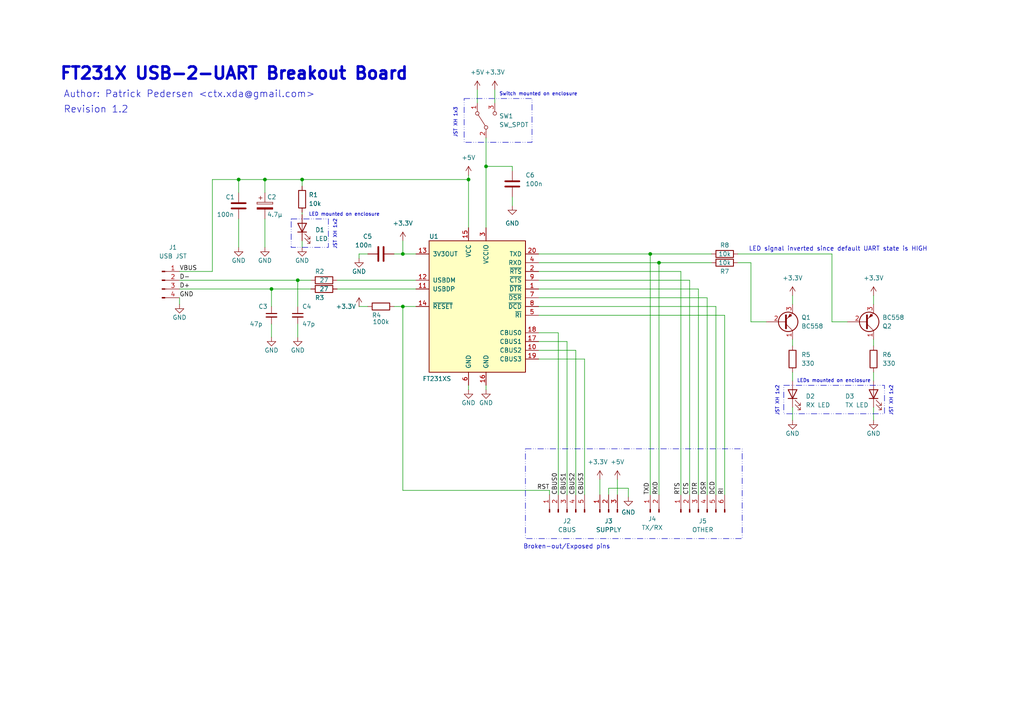
<source format=kicad_sch>
(kicad_sch (version 20230121) (generator eeschema)
  (paper "A4")
  (title_block (title "FT231X USB 2 UART Breakout") (date "2024-02-06") (rev "Rev 1.1") (company "TU-DO Makerspace") (comment 2 "License: CERN-OHL-P") (comment 3 "Email: ctx.xda@gmail.com") (comment 4 "Author: Patrick Pedersen"))
  (lib_symbols
    (symbol "Connector:Conn_01x02_Pin" (pin_names (offset 1.016) hide)
      (property "Reference" "J" (at 0 2.54 0))
      (property "Value" "Conn_01x02_Pin" (at 0 -5.08 0))
      (symbol "Conn_01x02_Pin_1_1"
        (polyline (pts (xy 1.27 -2.54) (xy 0.8636 -2.54)) (stroke (width 0.1524)))
        (polyline (pts (xy 1.27 0) (xy 0.8636 0)) (stroke (width 0.1524)))
        (rectangle (start 0.8636 -2.413) (end 0 -2.667) (stroke (width 0.1524)) (fill (type outline)))
        (rectangle (start 0.8636 0.127) (end 0 -0.127) (stroke (width 0.1524)) (fill (type outline)))
        (pin passive line (at 5.08 0 180) (length 3.81) (name "Pin_1") (number "1"))
        (pin passive line (at 5.08 -2.54 180) (length 3.81) (name "Pin_2") (number "2"))
      )
    )
    (symbol "Connector:Conn_01x03_Pin" (pin_names (offset 1.016) hide)
      (property "Reference" "J" (at 0 5.08 0))
      (property "Value" "Conn_01x03_Pin" (at 0 -5.08 0))
      (symbol "Conn_01x03_Pin_1_1"
        (polyline (pts (xy 1.27 -2.54) (xy 0.8636 -2.54)) (stroke (width 0.1524)))
        (polyline (pts (xy 1.27 0) (xy 0.8636 0)) (stroke (width 0.1524)))
        (polyline (pts (xy 1.27 2.54) (xy 0.8636 2.54)) (stroke (width 0.1524)))
        (rectangle (start 0.8636 -2.413) (end 0 -2.667) (stroke (width 0.1524)) (fill (type outline)))
        (rectangle (start 0.8636 0.127) (end 0 -0.127) (stroke (width 0.1524)) (fill (type outline)))
        (rectangle (start 0.8636 2.667) (end 0 2.413) (stroke (width 0.1524)) (fill (type outline)))
        (pin passive line (at 5.08 2.54 180) (length 3.81) (name "Pin_1") (number "1"))
        (pin passive line (at 5.08 0 180) (length 3.81) (name "Pin_2") (number "2"))
        (pin passive line (at 5.08 -2.54 180) (length 3.81) (name "Pin_3") (number "3"))
      )
    )
    (symbol "Connector:Conn_01x04_Pin" (pin_names (offset 1.016) hide)
      (property "Reference" "J" (at 0 5.08 0))
      (property "Value" "Conn_01x04_Pin" (at 0 -7.62 0))
      (symbol "Conn_01x04_Pin_1_1"
        (polyline (pts (xy 1.27 -5.08) (xy 0.8636 -5.08)) (stroke (width 0.1524)))
        (polyline (pts (xy 1.27 -2.54) (xy 0.8636 -2.54)) (stroke (width 0.1524)))
        (polyline (pts (xy 1.27 0) (xy 0.8636 0)) (stroke (width 0.1524)))
        (polyline (pts (xy 1.27 2.54) (xy 0.8636 2.54)) (stroke (width 0.1524)))
        (rectangle (start 0.8636 -4.953) (end 0 -5.207) (stroke (width 0.1524)) (fill (type outline)))
        (rectangle (start 0.8636 -2.413) (end 0 -2.667) (stroke (width 0.1524)) (fill (type outline)))
        (rectangle (start 0.8636 0.127) (end 0 -0.127) (stroke (width 0.1524)) (fill (type outline)))
        (rectangle (start 0.8636 2.667) (end 0 2.413) (stroke (width 0.1524)) (fill (type outline)))
        (pin passive line (at 5.08 2.54 180) (length 3.81) (name "Pin_1") (number "1"))
        (pin passive line (at 5.08 0 180) (length 3.81) (name "Pin_2") (number "2"))
        (pin passive line (at 5.08 -2.54 180) (length 3.81) (name "Pin_3") (number "3"))
        (pin passive line (at 5.08 -5.08 180) (length 3.81) (name "Pin_4") (number "4"))
      )
    )
    (symbol "Connector:Conn_01x05_Pin" (pin_names (offset 1.016) hide)
      (property "Reference" "J" (at 0 7.62 0))
      (property "Value" "Conn_01x05_Pin" (at 0 -7.62 0))
      (symbol "Conn_01x05_Pin_1_1"
        (polyline (pts (xy 1.27 -5.08) (xy 0.8636 -5.08)) (stroke (width 0.1524)))
        (polyline (pts (xy 1.27 -2.54) (xy 0.8636 -2.54)) (stroke (width 0.1524)))
        (polyline (pts (xy 1.27 0) (xy 0.8636 0)) (stroke (width 0.1524)))
        (polyline (pts (xy 1.27 2.54) (xy 0.8636 2.54)) (stroke (width 0.1524)))
        (polyline (pts (xy 1.27 5.08) (xy 0.8636 5.08)) (stroke (width 0.1524)))
        (rectangle (start 0.8636 -4.953) (end 0 -5.207) (stroke (width 0.1524)) (fill (type outline)))
        (rectangle (start 0.8636 -2.413) (end 0 -2.667) (stroke (width 0.1524)) (fill (type outline)))
        (rectangle (start 0.8636 0.127) (end 0 -0.127) (stroke (width 0.1524)) (fill (type outline)))
        (rectangle (start 0.8636 2.667) (end 0 2.413) (stroke (width 0.1524)) (fill (type outline)))
        (rectangle (start 0.8636 5.207) (end 0 4.953) (stroke (width 0.1524)) (fill (type outline)))
        (pin passive line (at 5.08 5.08 180) (length 3.81) (name "Pin_1") (number "1"))
        (pin passive line (at 5.08 2.54 180) (length 3.81) (name "Pin_2") (number "2"))
        (pin passive line (at 5.08 0 180) (length 3.81) (name "Pin_3") (number "3"))
        (pin passive line (at 5.08 -2.54 180) (length 3.81) (name "Pin_4") (number "4"))
        (pin passive line (at 5.08 -5.08 180) (length 3.81) (name "Pin_5") (number "5"))
      )
    )
    (symbol "Connector:Conn_01x06_Pin" (pin_names (offset 1.016) hide)
      (property "Reference" "J" (at 0 7.62 0))
      (property "Value" "Conn_01x06_Pin" (at 0 -10.16 0))
      (symbol "Conn_01x06_Pin_1_1"
        (polyline (pts (xy 1.27 -7.62) (xy 0.8636 -7.62)) (stroke (width 0.1524)))
        (polyline (pts (xy 1.27 -5.08) (xy 0.8636 -5.08)) (stroke (width 0.1524)))
        (polyline (pts (xy 1.27 -2.54) (xy 0.8636 -2.54)) (stroke (width 0.1524)))
        (polyline (pts (xy 1.27 0) (xy 0.8636 0)) (stroke (width 0.1524)))
        (polyline (pts (xy 1.27 2.54) (xy 0.8636 2.54)) (stroke (width 0.1524)))
        (polyline (pts (xy 1.27 5.08) (xy 0.8636 5.08)) (stroke (width 0.1524)))
        (rectangle (start 0.8636 -7.493) (end 0 -7.747) (stroke (width 0.1524)) (fill (type outline)))
        (rectangle (start 0.8636 -4.953) (end 0 -5.207) (stroke (width 0.1524)) (fill (type outline)))
        (rectangle (start 0.8636 -2.413) (end 0 -2.667) (stroke (width 0.1524)) (fill (type outline)))
        (rectangle (start 0.8636 0.127) (end 0 -0.127) (stroke (width 0.1524)) (fill (type outline)))
        (rectangle (start 0.8636 2.667) (end 0 2.413) (stroke (width 0.1524)) (fill (type outline)))
        (rectangle (start 0.8636 5.207) (end 0 4.953) (stroke (width 0.1524)) (fill (type outline)))
        (pin passive line (at 5.08 5.08 180) (length 3.81) (name "Pin_1") (number "1"))
        (pin passive line (at 5.08 2.54 180) (length 3.81) (name "Pin_2") (number "2"))
        (pin passive line (at 5.08 0 180) (length 3.81) (name "Pin_3") (number "3"))
        (pin passive line (at 5.08 -2.54 180) (length 3.81) (name "Pin_4") (number "4"))
        (pin passive line (at 5.08 -5.08 180) (length 3.81) (name "Pin_5") (number "5"))
        (pin passive line (at 5.08 -7.62 180) (length 3.81) (name "Pin_6") (number "6"))
      )
    )
    (symbol "Device:LED" (pin_numbers hide) (pin_names (offset 1.016) hide)
      (property "Reference" "D" (at 0 2.54 0))
      (property "Value" "LED" (at 0 -2.54 0))
      (symbol "LED_0_1"
        (polyline (pts (xy -1.27 -1.27) (xy -1.27 1.27)) (stroke (width 0.254)))
        (polyline (pts (xy -1.27 0) (xy 1.27 0)))
        (polyline (pts (xy 1.27 -1.27) (xy 1.27 1.27) (xy -1.27 0) (xy 1.27 -1.27)) (stroke (width 0.254)))
        (polyline (pts (xy -3.048 -0.762) (xy -4.572 -2.286) (xy -3.81 -2.286) (xy -4.572 -2.286) (xy -4.572 -1.524)))
        (polyline (pts (xy -1.778 -0.762) (xy -3.302 -2.286) (xy -2.54 -2.286) (xy -3.302 -2.286) (xy -3.302 -1.524)))
      )
      (symbol "LED_1_1"
        (pin passive line (at -3.81 0 0) (length 2.54) (name "K") (number "1"))
        (pin passive line (at 3.81 0 180) (length 2.54) (name "A") (number "2"))
      )
    )
    (symbol "Device:R" (pin_numbers hide) (pin_names (offset 0))
      (property "Reference" "R" (at 2.032 0 90))
      (property "Value" "R" (at 0 0 90))
      (symbol "R_0_1"
        (rectangle (start -1.016 -2.54) (end 1.016 2.54) (stroke (width 0.254)))
      )
      (symbol "R_1_1"
        (pin passive line (at 0 3.81 270) (length 1.27) (name "~") (number "1"))
        (pin passive line (at 0 -3.81 90) (length 1.27) (name "~") (number "2"))
      )
    )
    (symbol "FTDI_FT231XS-U_Breakout-rescue:C" (pin_numbers hide) (pin_names (offset 0.254))
      (property "Reference" "C" (at 0.635 2.54 0))
      (property "Value" "C" (at 0.635 -2.54 0))
      (symbol "C_0_1"
        (polyline (pts (xy -2.032 -0.762) (xy 2.032 -0.762)) (stroke (width 0.508)))
        (polyline (pts (xy -2.032 0.762) (xy 2.032 0.762)) (stroke (width 0.508)))
      )
      (symbol "C_1_1"
        (pin passive line (at 0 3.81 270) (length 2.794) (name "~") (number "1"))
        (pin passive line (at 0 -3.81 90) (length 2.794) (name "~") (number "2"))
      )
    )
    (symbol "FTDI_FT231XS-U_Breakout-rescue:CP" (pin_numbers hide) (pin_names (offset 0.254))
      (property "Reference" "C" (at 0.635 2.54 0))
      (property "Value" "CP" (at 0.635 -2.54 0))
      (symbol "CP_0_1"
        (rectangle (start -2.286 0.508) (end -2.286 1.016))
        (rectangle (start -2.286 0.508) (end 2.286 0.508))
        (polyline (pts (xy -1.778 2.286) (xy -0.762 2.286)))
        (polyline (pts (xy -1.27 2.794) (xy -1.27 1.778)))
        (rectangle (start 2.286 -0.508) (end -2.286 -1.016) (fill (type outline)))
        (rectangle (start 2.286 1.016) (end -2.286 1.016))
        (rectangle (start 2.286 1.016) (end 2.286 0.508))
      )
      (symbol "CP_1_1"
        (pin passive line (at 0 3.81 270) (length 2.794) (name "~") (number "1"))
        (pin passive line (at 0 -3.81 90) (length 2.794) (name "~") (number "2"))
      )
    )
    (symbol "FTDI_FT231XS-U_Breakout-rescue:C_Small" (pin_numbers hide) (pin_names (offset 0.254) hide)
      (property "Reference" "C" (at 0.254 1.778 0))
      (property "Value" "C_Small" (at 0.254 -2.032 0))
      (symbol "C_Small_0_1"
        (polyline (pts (xy -1.524 -0.508) (xy 1.524 -0.508)) (stroke (width 0.3302)))
        (polyline (pts (xy -1.524 0.508) (xy 1.524 0.508)) (stroke (width 0.3048)))
      )
      (symbol "C_Small_1_1"
        (pin passive line (at 0 2.54 270) (length 1.905) (name "~") (number "1"))
        (pin passive line (at 0 -2.54 90) (length 2.032) (name "~") (number "2"))
      )
    )
    (symbol "FTDI_FT231XS-U_Breakout-rescue:FT231XS" (pin_names (offset 1.016))
      (property "Reference" "U" (at -13.97 20.32 0))
      (property "Value" "FT231XS" (at 7.62 20.32 0))
      (property "Footprint" "SSOP-20" (at 0 0 0))
      (symbol "FT231XS_0_1"
        (rectangle (start -13.97 19.05) (end 13.97 -19.05) (stroke (width 0.254)) (fill (type background)))
      )
      (symbol "FT231XS_1_1"
        (pin output line (at 17.78 5.08 180) (length 3.81) (name "~{DTR}") (number "1"))
        (pin bidirectional line (at 17.78 -12.7 180) (length 3.81) (name "CBUS2") (number "10"))
        (pin bidirectional line (at -17.78 5.08 0) (length 3.81) (name "USBDP") (number "11"))
        (pin bidirectional line (at -17.78 7.62 0) (length 3.81) (name "USBDM") (number "12"))
        (pin power_out line (at -17.78 15.24 0) (length 3.81) (name "3V3OUT") (number "13"))
        (pin input line (at -17.78 0 0) (length 3.81) (name "~{RESET}") (number "14"))
        (pin power_in line (at -2.54 22.86 270) (length 3.81) (name "VCC") (number "15"))
        (pin power_in line (at 2.54 -22.86 90) (length 3.81) (name "GND") (number "16"))
        (pin bidirectional line (at 17.78 -10.16 180) (length 3.81) (name "CBUS1") (number "17"))
        (pin bidirectional line (at 17.78 -7.62 180) (length 3.81) (name "CBUS0") (number "18"))
        (pin bidirectional line (at 17.78 -15.24 180) (length 3.81) (name "CBUS3") (number "19"))
        (pin input line (at 17.78 10.16 180) (length 3.81) (name "~{RTS}") (number "2"))
        (pin output line (at 17.78 15.24 180) (length 3.81) (name "TXD") (number "20"))
        (pin power_in line (at 2.54 22.86 270) (length 3.81) (name "VCCIO") (number "3"))
        (pin input line (at 17.78 12.7 180) (length 3.81) (name "RXD") (number "4"))
        (pin input line (at 17.78 -2.54 180) (length 3.81) (name "~{RI}") (number "5"))
        (pin power_in line (at -2.54 -22.86 90) (length 3.81) (name "GND") (number "6"))
        (pin output line (at 17.78 2.54 180) (length 3.81) (name "~{DSR}") (number "7"))
        (pin input line (at 17.78 0 180) (length 3.81) (name "~{DCD}") (number "8"))
        (pin input line (at 17.78 7.62 180) (length 3.81) (name "~{CTS}") (number "9"))
      )
    )
    (symbol "FTDI_FT231XS-U_Breakout-rescue:GND" (power) (pin_names (offset 0))
      (property "Value" "GND" (at 0 -3.81 0))
      (symbol "GND_0_1"
        (polyline (pts (xy 0 0) (xy 0 -1.27) (xy 1.27 -1.27) (xy 0 -2.54) (xy -1.27 -1.27) (xy 0 -1.27)))
      )
      (symbol "GND_1_1"
        (pin power_in line (at 0 0 270) (length 0) hide (name "GND") (number "1"))
      )
    )
    (symbol "FTDI_FT231XS-U_Breakout-rescue:R" (pin_numbers hide) (pin_names (offset 0))
      (property "Reference" "R" (at 2.032 0 90))
      (property "Value" "R" (at 0 0 90))
      (symbol "R_0_1"
        (rectangle (start -1.016 -2.54) (end 1.016 2.54) (stroke (width 0.254)))
      )
      (symbol "R_1_1"
        (pin passive line (at 0 3.81 270) (length 1.27) (name "~") (number "1"))
        (pin passive line (at 0 -3.81 90) (length 1.27) (name "~") (number "2"))
      )
    )
    (symbol "Switch:SW_SPDT" (pin_names (offset 0) hide)
      (property "Reference" "SW" (at 0 4.318 0))
      (property "Value" "SW_SPDT" (at 0 -5.08 0))
      (symbol "SW_SPDT_0_0"
        (circle (center -2.032 0) (radius 0.508))
        (circle (center 2.032 -2.54) (radius 0.508))
      )
      (symbol "SW_SPDT_0_1"
        (polyline (pts (xy -1.524 0.254) (xy 1.651 2.286)))
        (circle (center 2.032 2.54) (radius 0.508))
      )
      (symbol "SW_SPDT_1_1"
        (pin passive line (at 5.08 2.54 180) (length 2.54) (name "A") (number "1"))
        (pin passive line (at -5.08 0 0) (length 2.54) (name "B") (number "2"))
        (pin passive line (at 5.08 -2.54 180) (length 2.54) (name "C") (number "3"))
      )
    )
    (symbol "Transistor_BJT:BC558" (pin_names (offset 0) hide)
      (property "Reference" "Q" (at 5.08 1.905 0))
      (property "Value" "BC558" (at 5.08 0 0))
      (symbol "BC558_0_1"
        (polyline (pts (xy 0.635 0.635) (xy 2.54 2.54)))
        (polyline (pts (xy 0.635 -0.635) (xy 2.54 -2.54) (xy 2.54 -2.54)))
        (polyline (pts (xy 0.635 1.905) (xy 0.635 -1.905) (xy 0.635 -1.905)) (stroke (width 0.508)))
        (polyline (pts (xy 2.286 -1.778) (xy 1.778 -2.286) (xy 1.27 -1.27) (xy 2.286 -1.778) (xy 2.286 -1.778)) (fill (type outline)))
        (circle (center 1.27 0) (radius 2.8194) (stroke (width 0.254)))
      )
      (symbol "BC558_1_1"
        (pin passive line (at 2.54 5.08 270) (length 2.54) (name "C") (number "1"))
        (pin input line (at -5.08 0 0) (length 5.715) (name "B") (number "2"))
        (pin passive line (at 2.54 -5.08 90) (length 2.54) (name "E") (number "3"))
      )
    )
    (symbol "power:+3.3V" (power) (pin_names (offset 0))
      (property "Value" "+3.3V" (at 0 3.556 0))
      (symbol "+3.3V_0_1"
        (polyline (pts (xy -0.762 1.27) (xy 0 2.54)))
        (polyline (pts (xy 0 0) (xy 0 2.54)))
        (polyline (pts (xy 0 2.54) (xy 0.762 1.27)))
      )
      (symbol "+3.3V_1_1"
        (pin power_in line (at 0 0 90) (length 0) hide (name "+3.3V") (number "1"))
      )
    )
    (symbol "power:+5V" (power) (pin_names (offset 0))
      (property "Value" "+5V" (at 0 3.556 0))
      (symbol "+5V_0_1"
        (polyline (pts (xy -0.762 1.27) (xy 0 2.54)))
        (polyline (pts (xy 0 0) (xy 0 2.54)))
        (polyline (pts (xy 0 2.54) (xy 0.762 1.27)))
      )
      (symbol "+5V_1_1"
        (pin power_in line (at 0 0 90) (length 0) hide (name "+5V") (number "1"))
      )
    )
    (symbol "power:GND" (power) (pin_names (offset 0))
      (property "Value" "GND" (at 0 -3.81 0))
      (symbol "GND_0_1"
        (polyline (pts (xy 0 0) (xy 0 -1.27) (xy 1.27 -1.27) (xy 0 -2.54) (xy -1.27 -1.27) (xy 0 -1.27)))
      )
      (symbol "GND_1_1"
        (pin power_in line (at 0 0 270) (length 0) hide (name "GND") (number "1"))
      )
    )
  )
  (junction (at 116.84 88.9))
  (junction (at 140.97 48.26))
  (junction (at 188.595 73.66))
  (junction (at 86.36 81.28))
  (junction (at 78.74 83.82))
  (junction (at 135.89 52.07))
  (junction (at 69.215 52.07))
  (junction (at 87.63 52.07))
  (junction (at 116.84 73.66))
  (junction (at 191.135 76.2))
  (junction (at 76.835 52.07))
  (wire (pts (xy 217.805 93.345) (xy 222.25 93.345)))
  (wire (pts (xy 156.21 99.06) (xy 164.465 99.06)))
  (wire (pts (xy 104.14 88.9) (xy 106.68 88.9)))
  (wire (pts (xy 159.385 142.24) (xy 116.84 142.24)))
  (wire (pts (xy 197.485 78.74) (xy 197.485 143.51)))
  (wire (pts (xy 253.365 98.425) (xy 253.365 100.33)))
  (wire (pts (xy 52.07 83.82) (xy 78.74 83.82)))
  (wire (pts (xy 205.105 86.36) (xy 205.105 143.51)))
  (wire (pts (xy 61.595 52.07) (xy 69.215 52.07)))
  (wire (pts (xy 167.005 101.6) (xy 167.005 143.51)))
  (wire (pts (xy 176.53 141.605) (xy 182.245 141.605)))
  (wire (pts (xy 182.245 141.605) (xy 182.245 144.145)))
  (wire (pts (xy 156.21 76.2) (xy 191.135 76.2)))
  (wire (pts (xy 140.97 48.26) (xy 148.59 48.26)))
  (wire (pts (xy 156.21 88.9) (xy 207.645 88.9)))
  (wire (pts (xy 86.36 81.28) (xy 90.17 81.28)))
  (wire (pts (xy 191.135 76.2) (xy 206.375 76.2)))
  (wire (pts (xy 87.63 52.07) (xy 135.89 52.07)))
  (wire (pts (xy 156.21 86.36) (xy 205.105 86.36)))
  (wire (pts (xy 188.595 73.66) (xy 206.375 73.66)))
  (wire (pts (xy 76.835 52.07) (xy 87.63 52.07)))
  (wire (pts (xy 241.3 73.66) (xy 241.3 93.345)))
  (wire (pts (xy 52.07 81.28) (xy 86.36 81.28)))
  (wire (pts (xy 202.565 83.82) (xy 202.565 143.51)))
  (wire (pts (xy 156.21 73.66) (xy 188.595 73.66)))
  (wire (pts (xy 241.3 93.345) (xy 245.745 93.345)))
  (wire (pts (xy 135.89 52.07) (xy 135.89 66.04)))
  (wire (pts (xy 87.63 69.85) (xy 87.63 71.755)))
  (wire (pts (xy 229.87 98.425) (xy 229.87 100.33)))
  (wire (pts (xy 97.79 81.28) (xy 120.65 81.28)))
  (wire (pts (xy 76.835 63.5) (xy 76.835 71.755)))
  (wire (pts (xy 169.545 104.14) (xy 169.545 143.51)))
  (wire (pts (xy 52.07 86.36) (xy 52.07 88.265)))
  (wire (pts (xy 116.84 88.9) (xy 120.65 88.9)))
  (wire (pts (xy 78.74 93.98) (xy 78.74 97.79)))
  (wire (pts (xy 86.36 93.98) (xy 86.36 97.79)))
  (wire (pts (xy 229.87 118.11) (xy 229.87 121.92)))
  (wire (pts (xy 138.43 26.035) (xy 138.43 29.845)))
  (wire (pts (xy 156.21 81.28) (xy 200.025 81.28)))
  (wire (pts (xy 253.365 107.95) (xy 253.365 110.49)))
  (wire (pts (xy 114.3 73.66) (xy 116.84 73.66)))
  (wire (pts (xy 148.59 57.15) (xy 148.59 59.69)))
  (wire (pts (xy 156.21 78.74) (xy 197.485 78.74)))
  (wire (pts (xy 78.74 83.82) (xy 90.17 83.82)))
  (wire (pts (xy 116.84 69.85) (xy 116.84 73.66)))
  (wire (pts (xy 173.99 139.065) (xy 173.99 143.51)))
  (wire (pts (xy 143.51 26.035) (xy 143.51 29.845)))
  (wire (pts (xy 188.595 73.66) (xy 188.595 143.51)))
  (wire (pts (xy 148.59 48.26) (xy 148.59 49.53)))
  (wire (pts (xy 253.365 118.11) (xy 253.365 121.92)))
  (wire (pts (xy 213.995 73.66) (xy 241.3 73.66)))
  (wire (pts (xy 69.215 52.07) (xy 69.215 55.88)))
  (wire (pts (xy 87.63 61.595) (xy 87.63 62.23)))
  (wire (pts (xy 135.89 50.8) (xy 135.89 52.07)))
  (wire (pts (xy 140.97 48.26) (xy 140.97 66.04)))
  (wire (pts (xy 114.3 88.9) (xy 116.84 88.9)))
  (wire (pts (xy 229.87 85.725) (xy 229.87 88.265)))
  (wire (pts (xy 207.645 88.9) (xy 207.645 143.51)))
  (wire (pts (xy 200.025 81.28) (xy 200.025 143.51)))
  (wire (pts (xy 229.87 107.95) (xy 229.87 110.49)))
  (wire (pts (xy 116.84 142.24) (xy 116.84 88.9)))
  (wire (pts (xy 86.36 81.28) (xy 86.36 88.9)))
  (wire (pts (xy 164.465 99.06) (xy 164.465 143.51)))
  (wire (pts (xy 156.21 91.44) (xy 210.185 91.44)))
  (wire (pts (xy 61.595 78.74) (xy 61.595 52.07)))
  (wire (pts (xy 176.53 143.51) (xy 176.53 141.605)))
  (wire (pts (xy 156.21 96.52) (xy 161.925 96.52)))
  (wire (pts (xy 52.07 78.74) (xy 61.595 78.74)))
  (wire (pts (xy 161.925 96.52) (xy 161.925 143.51)))
  (wire (pts (xy 116.84 73.66) (xy 120.65 73.66)))
  (wire (pts (xy 78.74 83.82) (xy 78.74 88.9)))
  (wire (pts (xy 69.215 63.5) (xy 69.215 71.755)))
  (wire (pts (xy 156.21 104.14) (xy 169.545 104.14)))
  (wire (pts (xy 140.97 111.76) (xy 140.97 113.03)))
  (wire (pts (xy 156.21 101.6) (xy 167.005 101.6)))
  (wire (pts (xy 159.385 143.51) (xy 159.385 142.24)))
  (wire (pts (xy 97.79 83.82) (xy 120.65 83.82)))
  (wire (pts (xy 253.365 85.725) (xy 253.365 88.265)))
  (wire (pts (xy 104.14 73.66) (xy 106.68 73.66)))
  (wire (pts (xy 156.21 83.82) (xy 202.565 83.82)))
  (wire (pts (xy 191.135 76.2) (xy 191.135 143.51)))
  (wire (pts (xy 140.97 40.005) (xy 140.97 48.26)))
  (wire (pts (xy 76.835 52.07) (xy 76.835 55.88)))
  (wire (pts (xy 104.14 74.93) (xy 104.14 73.66)))
  (wire (pts (xy 69.215 52.07) (xy 76.835 52.07)))
  (wire (pts (xy 210.185 91.44) (xy 210.185 143.51)))
  (wire (pts (xy 179.07 139.065) (xy 179.07 143.51)))
  (wire (pts (xy 87.63 52.07) (xy 87.63 53.975)))
  (wire (pts (xy 135.89 111.76) (xy 135.89 113.03)))
  (wire (pts (xy 213.995 76.2) (xy 217.805 76.2)))
  (wire (pts (xy 217.805 76.2) (xy 217.805 93.345)))
  (rectangle (start 84.455 63.5) (end 95.25 71.755) (stroke (width 0) (type dash_dot_dot)))
  (rectangle (start 152.4 130.175) (end 215.265 156.21) (stroke (width 0) (type dash_dot_dot)))
  (rectangle (start 134.62 28.575) (end 154.305 41.275) (stroke (width 0) (type dash_dot_dot)))
  (rectangle (start 227.33 111.76) (end 256.54 120.015) (stroke (width 0) (type dash_dot_dot)))
  (text "FT231X USB-2-UART Breakout Board" (at 17.145 23.495 0) (effects (font (size 3.5 3.5) (thickness 0.76) bold) (justify left bottom)))
  (text "JST XH 1x2" (at 259.08 111.76 90) (effects (font (size 1 1)) (justify right bottom)))
  (text "Broken-out/Exposed pins" (at 151.765 159.385 0) (effects (font (size 1.27 1.27)) (justify left bottom)))
  (text "LED mounted on enclosure" (at 89.535 62.865 0) (effects (font (size 1 1)) (justify left bottom)))
  (text "LED signal inverted since default UART state is HIGH" (at 217.17 73.025 0) (effects (font (size 1.27 1.27)) (justify left bottom)))
  (text "JST XH 1x2" (at 226.06 111.76 90) (effects (font (size 1 1)) (justify right bottom)))
  (text "JST XH 1x3" (at 132.715 31.115 90) (effects (font (size 1 1)) (justify right bottom)))
  (text "Switch mounted on enclosure" (at 144.78 27.94 0) (effects (font (size 1 1)) (justify left bottom)))
  (text "LEDs mounted on enclosure" (at 231.14 111.125 0) (effects (font (size 1 1)) (justify left bottom)))
  (text "Revision 1.2" (at 18.415 33.02 0) (effects (font (size 2 2)) (justify left bottom)))
  (text "JST XH 1x2" (at 97.79 63.5 90) (effects (font (size 1 1)) (justify right bottom)))
  (text "Author: Patrick Pedersen <ctx.xda@gmail.com>" (at 18.415 28.575 0) (effects (font (size 2 2)) (justify left bottom)))
  (label "CBUS0" (at 161.925 143.51 90))
  (label "GND" (at 52.07 86.36 0))
  (label "CBUS2" (at 167.005 143.51 90))
  (label "CBUS3" (at 169.545 143.51 90))
  (label "DCD" (at 207.645 143.51 90))
  (label "CTS" (at 200.025 143.51 90))
  (label "RI" (at 210.185 143.51 90))
  (label "DSR" (at 205.105 143.51 90))
  (label "VBUS" (at 52.07 78.74 0))
  (label "RST" (at 159.385 142.24 180))
  (label "RTS" (at 197.485 143.51 90))
  (label "D-" (at 52.07 81.28 0))
  (label "DTR" (at 202.565 143.51 90))
  (label "D+" (at 52.07 83.82 0))
  (label "TXD" (at 188.595 143.51 90))
  (label "CBUS1" (at 164.465 143.51 90))
  (label "RXD" (at 191.135 143.51 90))
  (symbol (lib_id "Device:LED") (at 229.87 114.3 90) (unit 1)
    (property "Reference" "D2" (at 233.68 114.935 90) (effects (justify right)))
    (property "Value" "RX LED" (at 233.68 117.475 90) (effects (justify right)))
    (property "Footprint" "Connector_JST:JST_XH_B2B-XH-A_1x02_P2.50mm_Vertical" (effects hide))
  )
  (symbol (lib_id "FTDI_FT231XS-U_Breakout-rescue:GND") (at 69.215 71.755 0) (unit 1)
    (property "Reference" "#PWR02" (effects hide))
    (property "Value" "GND" (at 69.215 75.565 0))
  )
  (symbol (lib_id "power:+3.3V") (at 104.14 88.9 0) (unit 1)
    (property "Reference" "#PWR08" (effects hide))
    (property "Value" "+3.3V" (at 100.33 88.9 0))
  )
  (symbol (lib_id "FTDI_FT231XS-U_Breakout-rescue:GND") (at 253.365 121.92 0) (unit 1)
    (property "Reference" "#PWR022" (effects hide))
    (property "Value" "GND" (at 253.365 125.73 0))
  )
  (symbol (lib_id "FTDI_FT231XS-U_Breakout-rescue:GND") (at 78.74 97.79 0) (unit 1)
    (property "Reference" "#PWR04" (effects hide))
    (property "Value" "GND" (at 78.74 101.6 0))
  )
  (symbol (lib_id "Device:R") (at 87.63 57.785 0) (unit 1)
    (property "Reference" "R1" (at 89.535 56.515 0) (effects (justify left)))
    (property "Value" "10k" (at 89.535 59.055 0) (effects (justify left)))
    (property "Footprint" "Resistor_THT:R_Axial_DIN0207_L6.3mm_D2.5mm_P7.62mm_Horizontal" (effects hide))
  )
  (symbol (lib_id "FTDI_FT231XS-U_Breakout-rescue:GND") (at 148.59 59.69 0) (unit 1)
    (property "Reference" "#PWR015" (effects hide))
    (property "Value" "GND" (at 148.59 64.77 0))
  )
  (symbol (lib_id "FTDI_FT231XS-U_Breakout-rescue:GND") (at 229.87 121.92 0) (unit 1)
    (property "Reference" "#PWR020" (effects hide))
    (property "Value" "GND" (at 229.87 125.73 0))
  )
  (symbol (lib_id "FTDI_FT231XS-U_Breakout-rescue:GND") (at 140.97 113.03 0) (unit 1)
    (property "Reference" "#PWR013" (effects hide))
    (property "Value" "GND" (at 140.97 116.84 0))
  )
  (symbol (lib_id "Device:LED") (at 253.365 114.3 90) (unit 1)
    (property "Reference" "D3" (at 245.11 114.935 90) (effects (justify right)))
    (property "Value" "TX LED" (at 245.11 117.475 90) (effects (justify right)))
    (property "Footprint" "Connector_JST:JST_XH_B2B-XH-A_1x02_P2.50mm_Vertical" (effects hide))
  )
  (symbol (lib_id "Connector:Conn_01x02_Pin") (at 188.595 148.59 90) (unit 1)
    (property "Reference" "J4" (at 187.96 150.495 90) (effects (justify right)))
    (property "Value" "TX/RX" (at 186.055 153.035 90) (effects (justify right)))
    (property "Footprint" "Connector_PinHeader_2.54mm:PinHeader_1x02_P2.54mm_Horizontal" (effects hide))
  )
  (symbol (lib_id "FTDI_FT231XS-U_Breakout-rescue:FT231XS") (at 138.43 88.9 0) (unit 1)
    (property "Reference" "U1" (at 124.46 68.58 0) (effects (justify left)))
    (property "Value" "FT231XS" (at 122.555 109.855 0) (effects (justify left)))
    (property "Footprint" "Breakout:FTDI231X_Breakout" (effects hide))
  )
  (symbol (lib_id "Device:R") (at 253.365 104.14 0) (unit 1)
    (property "Reference" "R6" (at 255.905 102.87 0) (effects (justify left)))
    (property "Value" "330" (at 255.905 105.41 0) (effects (justify left)))
    (property "Footprint" "Resistor_THT:R_Axial_DIN0207_L6.3mm_D2.5mm_P7.62mm_Horizontal" (effects hide))
  )
  (symbol (lib_id "power:+3.3V") (at 143.51 26.035 0) (unit 1)
    (property "Reference" "#PWR014" (effects hide))
    (property "Value" "+3.3V" (at 143.51 20.955 0))
  )
  (symbol (lib_id "power:+3.3V") (at 116.84 69.85 0) (unit 1)
    (property "Reference" "#PWR09" (effects hide))
    (property "Value" "+3.3V" (at 116.84 64.77 0))
  )
  (symbol (lib_id "FTDI_FT231XS-U_Breakout-rescue:CP") (at 76.835 59.69 0) (unit 1)
    (property "Reference" "C2" (at 77.47 57.15 0) (effects (justify left)))
    (property "Value" "4.7µ" (at 77.47 62.23 0) (effects (justify left)))
    (property "Footprint" "Capacitor_THT:CP_Radial_D5.0mm_P2.00mm" (effects hide))
  )
  (symbol (lib_id "FTDI_FT231XS-U_Breakout-rescue:R") (at 93.98 81.28 270) (unit 1)
    (property "Reference" "R2" (at 92.71 78.74 90))
    (property "Value" "27" (at 93.98 81.28 90))
    (property "Footprint" "Resistor_THT:R_Axial_DIN0207_L6.3mm_D2.5mm_P7.62mm_Horizontal" (effects hide))
  )
  (symbol (lib_id "FTDI_FT231XS-U_Breakout-rescue:C") (at 69.215 59.69 0) (unit 1)
    (property "Reference" "C1" (at 65.405 57.15 0) (effects (justify left)))
    (property "Value" "100n" (at 62.865 62.23 0) (effects (justify left)))
    (property "Footprint" "Capacitor_THT:C_Disc_D3.0mm_W2.0mm_P2.50mm" (effects hide))
  )
  (symbol (lib_id "power:GND") (at 182.245 144.145 0) (unit 1)
    (property "Reference" "#PWR018" (effects hide))
    (property "Value" "GND" (at 182.245 148.59 0))
  )
  (symbol (lib_id "Device:R") (at 210.185 76.2 90) (mirror x) (unit 1)
    (property "Reference" "R7" (at 210.185 78.74 90))
    (property "Value" "10k" (at 210.185 76.2 90))
    (property "Footprint" "Resistor_THT:R_Axial_DIN0207_L6.3mm_D2.5mm_P7.62mm_Horizontal" (effects hide))
  )
  (symbol (lib_id "Connector:Conn_01x05_Pin") (at 164.465 148.59 90) (unit 1)
    (property "Reference" "J2" (at 164.465 151.13 90))
    (property "Value" "CBUS" (at 164.465 153.67 90))
    (property "Footprint" "Connector_PinHeader_2.54mm:PinHeader_1x05_P2.54mm_Horizontal" (effects hide))
  )
  (symbol (lib_id "Connector:Conn_01x04_Pin") (at 46.99 81.28 0) (unit 1)
    (property "Reference" "J1" (at 50.165 71.755 0))
    (property "Value" "USB JST" (at 50.165 74.295 0))
    (property "Footprint" "Connector_JST:JST_XH_B4B-XH-A_1x04_P2.50mm_Vertical" (effects hide))
  )
  (symbol (lib_id "Transistor_BJT:BC558") (at 227.33 93.345 0) (mirror x) (unit 1)
    (property "Reference" "Q1" (at 232.41 92.075 0) (effects (justify left)))
    (property "Value" "BC558" (at 232.41 94.615 0) (effects (justify left)))
    (property "Footprint" "Package_TO_SOT_THT:TO-92_HandSolder" (effects hide))
    (property "Datasheet" "https://www.onsemi.com/pub/Collateral/BC556BTA-D.pdf" (effects hide))
  )
  (symbol (lib_id "FTDI_FT231XS-U_Breakout-rescue:GND") (at 104.14 74.93 0) (unit 1)
    (property "Reference" "#PWR07" (effects hide))
    (property "Value" "GND" (at 104.14 78.74 0))
  )
  (symbol (lib_id "Device:LED") (at 87.63 66.04 90) (unit 1)
    (property "Reference" "D1" (at 91.44 66.675 90) (effects (justify right)))
    (property "Value" "LED" (at 91.44 69.215 90) (effects (justify right)))
    (property "Footprint" "Connector_JST:JST_XH_B2B-XH-A_1x02_P2.50mm_Vertical" (effects hide))
  )
  (symbol (lib_id "power:+5V") (at 135.89 50.8 0) (unit 1)
    (property "Reference" "#PWR010" (effects hide))
    (property "Value" "+5V" (at 135.89 45.72 0))
  )
  (symbol (lib_id "FTDI_FT231XS-U_Breakout-rescue:GND") (at 135.89 113.03 0) (unit 1)
    (property "Reference" "#PWR011" (effects hide))
    (property "Value" "GND" (at 135.89 116.84 0))
  )
  (symbol (lib_id "FTDI_FT231XS-U_Breakout-rescue:C_Small") (at 86.36 91.44 0) (unit 1)
    (property "Reference" "C4" (at 87.63 88.9 0) (effects (justify left)))
    (property "Value" "47p" (at 87.63 93.98 0) (effects (justify left)))
    (property "Footprint" "Capacitor_THT:C_Disc_D3.0mm_W2.0mm_P2.50mm" (effects hide))
  )
  (symbol (lib_id "Switch:SW_SPDT") (at 140.97 34.925 90) (unit 1)
    (property "Reference" "SW1" (at 144.78 33.655 90) (effects (justify right)))
    (property "Value" "SW_SPDT" (at 144.78 36.195 90) (effects (justify right)))
    (property "Footprint" "Connector_JST:JST_XH_B3B-XH-A_1x03_P2.50mm_Vertical" (effects hide))
  )
  (symbol (lib_id "FTDI_FT231XS-U_Breakout-rescue:R") (at 93.98 83.82 270) (mirror x) (unit 1)
    (property "Reference" "R3" (at 92.71 86.36 90))
    (property "Value" "27" (at 93.98 83.82 90))
    (property "Footprint" "Resistor_THT:R_Axial_DIN0207_L6.3mm_D2.5mm_P7.62mm_Horizontal" (effects hide))
  )
  (symbol (lib_id "FTDI_FT231XS-U_Breakout-rescue:GND") (at 52.07 88.265 0) (unit 1)
    (property "Reference" "#PWR01" (effects hide))
    (property "Value" "GND" (at 52.07 92.075 0))
  )
  (symbol (lib_id "FTDI_FT231XS-U_Breakout-rescue:C") (at 110.49 73.66 90) (unit 1)
    (property "Reference" "C5" (at 107.95 68.58 90) (effects (justify left)))
    (property "Value" "100n" (at 107.95 71.12 90) (effects (justify left)))
    (property "Footprint" "Capacitor_THT:C_Disc_D3.0mm_W2.0mm_P2.50mm" (effects hide))
  )
  (symbol (lib_id "power:+3.3V") (at 229.87 85.725 0) (unit 1)
    (property "Reference" "#PWR019" (effects hide))
    (property "Value" "+3.3V" (at 229.87 80.645 0))
  )
  (symbol (lib_id "power:+3.3V") (at 253.365 85.725 0) (unit 1)
    (property "Reference" "#PWR021" (effects hide))
    (property "Value" "+3.3V" (at 253.365 80.645 0))
  )
  (symbol (lib_id "FTDI_FT231XS-U_Breakout-rescue:GND") (at 87.63 71.755 0) (unit 1)
    (property "Reference" "#PWR06" (effects hide))
    (property "Value" "GND" (at 87.63 75.565 0))
  )
  (symbol (lib_id "FTDI_FT231XS-U_Breakout-rescue:C") (at 148.59 53.34 0) (unit 1)
    (property "Reference" "C6" (at 152.4 50.8 0) (effects (justify left)))
    (property "Value" "100n" (at 152.4 53.34 0) (effects (justify left)))
    (property "Footprint" "Capacitor_THT:C_Disc_D3.0mm_W2.0mm_P2.50mm" (effects hide))
  )
  (symbol (lib_id "Connector:Conn_01x06_Pin") (at 202.565 148.59 90) (unit 1)
    (property "Reference" "J5" (at 203.835 151.13 90))
    (property "Value" "OTHER" (at 203.835 153.67 90))
    (property "Footprint" "Connector_PinHeader_2.54mm:PinHeader_1x06_P2.54mm_Horizontal" (effects hide))
  )
  (symbol (lib_id "FTDI_FT231XS-U_Breakout-rescue:GND") (at 86.36 97.79 0) (unit 1)
    (property "Reference" "#PWR05" (effects hide))
    (property "Value" "GND" (at 86.36 101.6 0))
  )
  (symbol (lib_id "power:+5V") (at 138.43 26.035 0) (unit 1)
    (property "Reference" "#PWR012" (effects hide))
    (property "Value" "+5V" (at 138.43 20.955 0))
  )
  (symbol (lib_id "FTDI_FT231XS-U_Breakout-rescue:GND") (at 76.835 71.755 0) (unit 1)
    (property "Reference" "#PWR03" (effects hide))
    (property "Value" "GND" (at 76.835 75.565 0))
  )
  (symbol (lib_id "power:+3.3V") (at 173.99 139.065 0) (unit 1)
    (property "Reference" "#PWR017" (effects hide))
    (property "Value" "+3.3V" (at 173.355 133.985 0))
  )
  (symbol (lib_id "Device:R") (at 210.185 73.66 90) (unit 1)
    (property "Reference" "R8" (at 210.185 71.12 90))
    (property "Value" "10k" (at 210.185 73.66 90))
    (property "Footprint" "Resistor_THT:R_Axial_DIN0207_L6.3mm_D2.5mm_P7.62mm_Horizontal" (effects hide))
  )
  (symbol (lib_id "Connector:Conn_01x03_Pin") (at 176.53 148.59 90) (unit 1)
    (property "Reference" "J3" (at 176.53 151.13 90))
    (property "Value" "SUPPLY" (at 176.53 153.67 90))
    (property "Footprint" "Connector_PinHeader_2.54mm:PinHeader_1x03_P2.54mm_Horizontal" (effects hide))
  )
  (symbol (lib_id "FTDI_FT231XS-U_Breakout-rescue:C_Small") (at 78.74 91.44 0) (unit 1)
    (property "Reference" "C3" (at 74.93 88.9 0) (effects (justify left)))
    (property "Value" "47p" (at 72.39 93.98 0) (effects (justify left)))
    (property "Footprint" "Capacitor_THT:C_Disc_D3.0mm_W2.0mm_P2.50mm" (effects hide))
  )
  (symbol (lib_id "Device:R") (at 229.87 104.14 0) (unit 1)
    (property "Reference" "R5" (at 232.41 102.87 0) (effects (justify left)))
    (property "Value" "330" (at 232.41 105.41 0) (effects (justify left)))
    (property "Footprint" "Resistor_THT:R_Axial_DIN0207_L6.3mm_D2.5mm_P7.62mm_Horizontal" (effects hide))
  )
  (symbol (lib_id "Transistor_BJT:BC558") (at 250.825 93.345 0) (mirror x) (unit 1)
    (property "Reference" "Q2" (at 255.905 94.615 0) (effects (justify left)))
    (property "Value" "BC558" (at 255.905 92.075 0) (effects (justify left)))
    (property "Footprint" "Package_TO_SOT_THT:TO-92_HandSolder" (effects hide))
    (property "Datasheet" "https://www.onsemi.com/pub/Collateral/BC556BTA-D.pdf" (effects hide))
  )
  (symbol (lib_id "FTDI_FT231XS-U_Breakout-rescue:R") (at 110.49 88.9 270) (mirror x) (unit 1)
    (property "Reference" "R4" (at 109.22 91.44 90))
    (property "Value" "100k" (at 110.49 93.345 90))
    (property "Footprint" "Resistor_THT:R_Axial_DIN0207_L6.3mm_D2.5mm_P7.62mm_Horizontal" (effects hide))
  )
  (symbol (lib_id "power:+5V") (at 179.07 139.065 0) (unit 1)
    (property "Reference" "#PWR016" (effects hide))
    (property "Value" "+5V" (at 179.07 133.985 0))
  )
)
</source>
